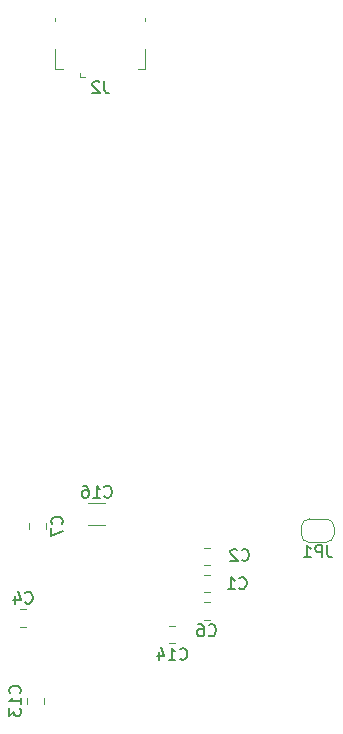
<source format=gbr>
%TF.GenerationSoftware,KiCad,Pcbnew,6.0.11-3.fc37*%
%TF.CreationDate,2023-03-10T11:04:47-06:00*%
%TF.ProjectId,ESP32,45535033-322e-46b6-9963-61645f706362,rev?*%
%TF.SameCoordinates,Original*%
%TF.FileFunction,Legend,Bot*%
%TF.FilePolarity,Positive*%
%FSLAX46Y46*%
G04 Gerber Fmt 4.6, Leading zero omitted, Abs format (unit mm)*
G04 Created by KiCad (PCBNEW 6.0.11-3.fc37) date 2023-03-10 11:04:47*
%MOMM*%
%LPD*%
G01*
G04 APERTURE LIST*
%ADD10C,0.150000*%
%ADD11C,0.120000*%
G04 APERTURE END LIST*
D10*
%TO.C,JP1*%
X89233333Y-64652380D02*
X89233333Y-65366666D01*
X89280952Y-65509523D01*
X89376190Y-65604761D01*
X89519047Y-65652380D01*
X89614285Y-65652380D01*
X88757142Y-65652380D02*
X88757142Y-64652380D01*
X88376190Y-64652380D01*
X88280952Y-64700000D01*
X88233333Y-64747619D01*
X88185714Y-64842857D01*
X88185714Y-64985714D01*
X88233333Y-65080952D01*
X88280952Y-65128571D01*
X88376190Y-65176190D01*
X88757142Y-65176190D01*
X87233333Y-65652380D02*
X87804761Y-65652380D01*
X87519047Y-65652380D02*
X87519047Y-64652380D01*
X87614285Y-64795238D01*
X87709523Y-64890476D01*
X87804761Y-64938095D01*
%TO.C,C16*%
X70342857Y-60507142D02*
X70390476Y-60554761D01*
X70533333Y-60602380D01*
X70628571Y-60602380D01*
X70771428Y-60554761D01*
X70866666Y-60459523D01*
X70914285Y-60364285D01*
X70961904Y-60173809D01*
X70961904Y-60030952D01*
X70914285Y-59840476D01*
X70866666Y-59745238D01*
X70771428Y-59650000D01*
X70628571Y-59602380D01*
X70533333Y-59602380D01*
X70390476Y-59650000D01*
X70342857Y-59697619D01*
X69390476Y-60602380D02*
X69961904Y-60602380D01*
X69676190Y-60602380D02*
X69676190Y-59602380D01*
X69771428Y-59745238D01*
X69866666Y-59840476D01*
X69961904Y-59888095D01*
X68533333Y-59602380D02*
X68723809Y-59602380D01*
X68819047Y-59650000D01*
X68866666Y-59697619D01*
X68961904Y-59840476D01*
X69009523Y-60030952D01*
X69009523Y-60411904D01*
X68961904Y-60507142D01*
X68914285Y-60554761D01*
X68819047Y-60602380D01*
X68628571Y-60602380D01*
X68533333Y-60554761D01*
X68485714Y-60507142D01*
X68438095Y-60411904D01*
X68438095Y-60173809D01*
X68485714Y-60078571D01*
X68533333Y-60030952D01*
X68628571Y-59983333D01*
X68819047Y-59983333D01*
X68914285Y-60030952D01*
X68961904Y-60078571D01*
X69009523Y-60173809D01*
%TO.C,C14*%
X76742857Y-74237142D02*
X76790476Y-74284761D01*
X76933333Y-74332380D01*
X77028571Y-74332380D01*
X77171428Y-74284761D01*
X77266666Y-74189523D01*
X77314285Y-74094285D01*
X77361904Y-73903809D01*
X77361904Y-73760952D01*
X77314285Y-73570476D01*
X77266666Y-73475238D01*
X77171428Y-73380000D01*
X77028571Y-73332380D01*
X76933333Y-73332380D01*
X76790476Y-73380000D01*
X76742857Y-73427619D01*
X75790476Y-74332380D02*
X76361904Y-74332380D01*
X76076190Y-74332380D02*
X76076190Y-73332380D01*
X76171428Y-73475238D01*
X76266666Y-73570476D01*
X76361904Y-73618095D01*
X74933333Y-73665714D02*
X74933333Y-74332380D01*
X75171428Y-73284761D02*
X75409523Y-73999047D01*
X74790476Y-73999047D01*
%TO.C,C7*%
X66737142Y-62833333D02*
X66784761Y-62785714D01*
X66832380Y-62642857D01*
X66832380Y-62547619D01*
X66784761Y-62404761D01*
X66689523Y-62309523D01*
X66594285Y-62261904D01*
X66403809Y-62214285D01*
X66260952Y-62214285D01*
X66070476Y-62261904D01*
X65975238Y-62309523D01*
X65880000Y-62404761D01*
X65832380Y-62547619D01*
X65832380Y-62642857D01*
X65880000Y-62785714D01*
X65927619Y-62833333D01*
X65832380Y-63166666D02*
X65832380Y-63833333D01*
X66832380Y-63404761D01*
%TO.C,J2*%
X70333333Y-25352380D02*
X70333333Y-26066666D01*
X70380952Y-26209523D01*
X70476190Y-26304761D01*
X70619047Y-26352380D01*
X70714285Y-26352380D01*
X69904761Y-25447619D02*
X69857142Y-25400000D01*
X69761904Y-25352380D01*
X69523809Y-25352380D01*
X69428571Y-25400000D01*
X69380952Y-25447619D01*
X69333333Y-25542857D01*
X69333333Y-25638095D01*
X69380952Y-25780952D01*
X69952380Y-26352380D01*
X69333333Y-26352380D01*
%TO.C,C2*%
X81966666Y-65857142D02*
X82014285Y-65904761D01*
X82157142Y-65952380D01*
X82252380Y-65952380D01*
X82395238Y-65904761D01*
X82490476Y-65809523D01*
X82538095Y-65714285D01*
X82585714Y-65523809D01*
X82585714Y-65380952D01*
X82538095Y-65190476D01*
X82490476Y-65095238D01*
X82395238Y-65000000D01*
X82252380Y-64952380D01*
X82157142Y-64952380D01*
X82014285Y-65000000D01*
X81966666Y-65047619D01*
X81585714Y-65047619D02*
X81538095Y-65000000D01*
X81442857Y-64952380D01*
X81204761Y-64952380D01*
X81109523Y-65000000D01*
X81061904Y-65047619D01*
X81014285Y-65142857D01*
X81014285Y-65238095D01*
X81061904Y-65380952D01*
X81633333Y-65952380D01*
X81014285Y-65952380D01*
%TO.C,C4*%
X63639602Y-69477142D02*
X63687221Y-69524761D01*
X63830078Y-69572380D01*
X63925316Y-69572380D01*
X64068174Y-69524761D01*
X64163412Y-69429523D01*
X64211031Y-69334285D01*
X64258650Y-69143809D01*
X64258650Y-69000952D01*
X64211031Y-68810476D01*
X64163412Y-68715238D01*
X64068174Y-68620000D01*
X63925316Y-68572380D01*
X63830078Y-68572380D01*
X63687221Y-68620000D01*
X63639602Y-68667619D01*
X62782459Y-68905714D02*
X62782459Y-69572380D01*
X63020555Y-68524761D02*
X63258650Y-69239047D01*
X62639602Y-69239047D01*
%TO.C,C6*%
X79166666Y-72237142D02*
X79214285Y-72284761D01*
X79357142Y-72332380D01*
X79452380Y-72332380D01*
X79595238Y-72284761D01*
X79690476Y-72189523D01*
X79738095Y-72094285D01*
X79785714Y-71903809D01*
X79785714Y-71760952D01*
X79738095Y-71570476D01*
X79690476Y-71475238D01*
X79595238Y-71380000D01*
X79452380Y-71332380D01*
X79357142Y-71332380D01*
X79214285Y-71380000D01*
X79166666Y-71427619D01*
X78309523Y-71332380D02*
X78500000Y-71332380D01*
X78595238Y-71380000D01*
X78642857Y-71427619D01*
X78738095Y-71570476D01*
X78785714Y-71760952D01*
X78785714Y-72141904D01*
X78738095Y-72237142D01*
X78690476Y-72284761D01*
X78595238Y-72332380D01*
X78404761Y-72332380D01*
X78309523Y-72284761D01*
X78261904Y-72237142D01*
X78214285Y-72141904D01*
X78214285Y-71903809D01*
X78261904Y-71808571D01*
X78309523Y-71760952D01*
X78404761Y-71713333D01*
X78595238Y-71713333D01*
X78690476Y-71760952D01*
X78738095Y-71808571D01*
X78785714Y-71903809D01*
%TO.C,C13*%
X63177142Y-77157142D02*
X63224761Y-77109523D01*
X63272380Y-76966666D01*
X63272380Y-76871428D01*
X63224761Y-76728571D01*
X63129523Y-76633333D01*
X63034285Y-76585714D01*
X62843809Y-76538095D01*
X62700952Y-76538095D01*
X62510476Y-76585714D01*
X62415238Y-76633333D01*
X62320000Y-76728571D01*
X62272380Y-76871428D01*
X62272380Y-76966666D01*
X62320000Y-77109523D01*
X62367619Y-77157142D01*
X63272380Y-78109523D02*
X63272380Y-77538095D01*
X63272380Y-77823809D02*
X62272380Y-77823809D01*
X62415238Y-77728571D01*
X62510476Y-77633333D01*
X62558095Y-77538095D01*
X62272380Y-78442857D02*
X62272380Y-79061904D01*
X62653333Y-78728571D01*
X62653333Y-78871428D01*
X62700952Y-78966666D01*
X62748571Y-79014285D01*
X62843809Y-79061904D01*
X63081904Y-79061904D01*
X63177142Y-79014285D01*
X63224761Y-78966666D01*
X63272380Y-78871428D01*
X63272380Y-78585714D01*
X63224761Y-78490476D01*
X63177142Y-78442857D01*
%TO.C,C1*%
X81766666Y-68257142D02*
X81814285Y-68304761D01*
X81957142Y-68352380D01*
X82052380Y-68352380D01*
X82195238Y-68304761D01*
X82290476Y-68209523D01*
X82338095Y-68114285D01*
X82385714Y-67923809D01*
X82385714Y-67780952D01*
X82338095Y-67590476D01*
X82290476Y-67495238D01*
X82195238Y-67400000D01*
X82052380Y-67352380D01*
X81957142Y-67352380D01*
X81814285Y-67400000D01*
X81766666Y-67447619D01*
X80814285Y-68352380D02*
X81385714Y-68352380D01*
X81100000Y-68352380D02*
X81100000Y-67352380D01*
X81195238Y-67495238D01*
X81290476Y-67590476D01*
X81385714Y-67638095D01*
D11*
%TO.C,JP1*%
X87000000Y-63100000D02*
X87000000Y-63700000D01*
X89800000Y-63700000D02*
X89800000Y-63100000D01*
X89100000Y-62400000D02*
X87700000Y-62400000D01*
X87700000Y-64400000D02*
X89100000Y-64400000D01*
X87000000Y-63700000D02*
G75*
G03*
X87700000Y-64400000I699999J-1D01*
G01*
X89100000Y-64400000D02*
G75*
G03*
X89800000Y-63700000I0J700000D01*
G01*
X87700000Y-62400000D02*
G75*
G03*
X87000000Y-63100000I-1J-699999D01*
G01*
X89800000Y-63100000D02*
G75*
G03*
X89100000Y-62400000I-700000J0D01*
G01*
%TO.C,C16*%
X70411252Y-61090000D02*
X68988748Y-61090000D01*
X70411252Y-62910000D02*
X68988748Y-62910000D01*
%TO.C,C14*%
X75838748Y-72935000D02*
X76361252Y-72935000D01*
X75838748Y-71465000D02*
X76361252Y-71465000D01*
%TO.C,C7*%
X63965000Y-63261252D02*
X63965000Y-62738748D01*
X65435000Y-63261252D02*
X65435000Y-62738748D01*
%TO.C,J2*%
X68240000Y-25010000D02*
X68690000Y-25010000D01*
X73810000Y-22580000D02*
X73810000Y-24310000D01*
X73810000Y-20010000D02*
X73810000Y-20220000D01*
X73810000Y-24310000D02*
X73160000Y-24310000D01*
X66190000Y-24310000D02*
X66850000Y-24310000D01*
X66190000Y-20010000D02*
X66190000Y-20220000D01*
X66190000Y-22580000D02*
X66190000Y-24310000D01*
X68240000Y-25010000D02*
X68240000Y-24620000D01*
%TO.C,C2*%
X78738748Y-64865000D02*
X79261252Y-64865000D01*
X78738748Y-66335000D02*
X79261252Y-66335000D01*
%TO.C,C4*%
X63734188Y-71535000D02*
X63211684Y-71535000D01*
X63734188Y-70065000D02*
X63211684Y-70065000D01*
%TO.C,C6*%
X78738748Y-70935000D02*
X79261252Y-70935000D01*
X78738748Y-69465000D02*
X79261252Y-69465000D01*
%TO.C,C13*%
X63765000Y-77538748D02*
X63765000Y-78061252D01*
X65235000Y-77538748D02*
X65235000Y-78061252D01*
%TO.C,C1*%
X78738748Y-67165000D02*
X79261252Y-67165000D01*
X78738748Y-68635000D02*
X79261252Y-68635000D01*
%TD*%
M02*

</source>
